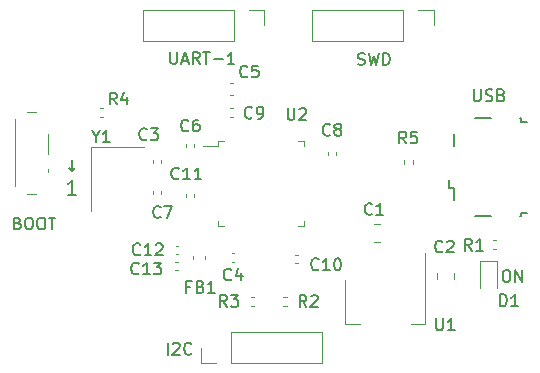
<source format=gbr>
%TF.GenerationSoftware,KiCad,Pcbnew,(6.0.9)*%
%TF.CreationDate,2023-11-06T14:53:44+05:30*%
%TF.ProjectId,Stm32 Tutorial,53746d33-3220-4547-9574-6f7269616c2e,rev?*%
%TF.SameCoordinates,Original*%
%TF.FileFunction,Legend,Top*%
%TF.FilePolarity,Positive*%
%FSLAX46Y46*%
G04 Gerber Fmt 4.6, Leading zero omitted, Abs format (unit mm)*
G04 Created by KiCad (PCBNEW (6.0.9)) date 2023-11-06 14:53:44*
%MOMM*%
%LPD*%
G01*
G04 APERTURE LIST*
%ADD10C,0.150000*%
%ADD11C,0.200000*%
%ADD12C,0.120000*%
G04 APERTURE END LIST*
D10*
X173013095Y-81027380D02*
X173013095Y-81836904D01*
X173060714Y-81932142D01*
X173108333Y-81979761D01*
X173203571Y-82027380D01*
X173394047Y-82027380D01*
X173489285Y-81979761D01*
X173536904Y-81932142D01*
X173584523Y-81836904D01*
X173584523Y-81027380D01*
X174013095Y-81979761D02*
X174155952Y-82027380D01*
X174394047Y-82027380D01*
X174489285Y-81979761D01*
X174536904Y-81932142D01*
X174584523Y-81836904D01*
X174584523Y-81741666D01*
X174536904Y-81646428D01*
X174489285Y-81598809D01*
X174394047Y-81551190D01*
X174203571Y-81503571D01*
X174108333Y-81455952D01*
X174060714Y-81408333D01*
X174013095Y-81313095D01*
X174013095Y-81217857D01*
X174060714Y-81122619D01*
X174108333Y-81075000D01*
X174203571Y-81027380D01*
X174441666Y-81027380D01*
X174584523Y-81075000D01*
X175346428Y-81503571D02*
X175489285Y-81551190D01*
X175536904Y-81598809D01*
X175584523Y-81694047D01*
X175584523Y-81836904D01*
X175536904Y-81932142D01*
X175489285Y-81979761D01*
X175394047Y-82027380D01*
X175013095Y-82027380D01*
X175013095Y-81027380D01*
X175346428Y-81027380D01*
X175441666Y-81075000D01*
X175489285Y-81122619D01*
X175536904Y-81217857D01*
X175536904Y-81313095D01*
X175489285Y-81408333D01*
X175441666Y-81455952D01*
X175346428Y-81503571D01*
X175013095Y-81503571D01*
X175680952Y-96327380D02*
X175871428Y-96327380D01*
X175966666Y-96375000D01*
X176061904Y-96470238D01*
X176109523Y-96660714D01*
X176109523Y-96994047D01*
X176061904Y-97184523D01*
X175966666Y-97279761D01*
X175871428Y-97327380D01*
X175680952Y-97327380D01*
X175585714Y-97279761D01*
X175490476Y-97184523D01*
X175442857Y-96994047D01*
X175442857Y-96660714D01*
X175490476Y-96470238D01*
X175585714Y-96375000D01*
X175680952Y-96327380D01*
X176538095Y-97327380D02*
X176538095Y-96327380D01*
X177109523Y-97327380D01*
X177109523Y-96327380D01*
D11*
X139001190Y-86981845D02*
X139001190Y-87934226D01*
X139239285Y-87696130D02*
X139001190Y-87934226D01*
X138763095Y-87696130D01*
X139358333Y-89946726D02*
X138644047Y-89946726D01*
X139001190Y-89946726D02*
X139001190Y-88696726D01*
X138882142Y-88875297D01*
X138763095Y-88994345D01*
X138644047Y-89053869D01*
D10*
X147098809Y-103477380D02*
X147098809Y-102477380D01*
X147527380Y-102572619D02*
X147575000Y-102525000D01*
X147670238Y-102477380D01*
X147908333Y-102477380D01*
X148003571Y-102525000D01*
X148051190Y-102572619D01*
X148098809Y-102667857D01*
X148098809Y-102763095D01*
X148051190Y-102905952D01*
X147479761Y-103477380D01*
X148098809Y-103477380D01*
X149098809Y-103382142D02*
X149051190Y-103429761D01*
X148908333Y-103477380D01*
X148813095Y-103477380D01*
X148670238Y-103429761D01*
X148575000Y-103334523D01*
X148527380Y-103239285D01*
X148479761Y-103048809D01*
X148479761Y-102905952D01*
X148527380Y-102715476D01*
X148575000Y-102620238D01*
X148670238Y-102525000D01*
X148813095Y-102477380D01*
X148908333Y-102477380D01*
X149051190Y-102525000D01*
X149098809Y-102572619D01*
X134392857Y-92353571D02*
X134535714Y-92401190D01*
X134583333Y-92448809D01*
X134630952Y-92544047D01*
X134630952Y-92686904D01*
X134583333Y-92782142D01*
X134535714Y-92829761D01*
X134440476Y-92877380D01*
X134059523Y-92877380D01*
X134059523Y-91877380D01*
X134392857Y-91877380D01*
X134488095Y-91925000D01*
X134535714Y-91972619D01*
X134583333Y-92067857D01*
X134583333Y-92163095D01*
X134535714Y-92258333D01*
X134488095Y-92305952D01*
X134392857Y-92353571D01*
X134059523Y-92353571D01*
X135250000Y-91877380D02*
X135440476Y-91877380D01*
X135535714Y-91925000D01*
X135630952Y-92020238D01*
X135678571Y-92210714D01*
X135678571Y-92544047D01*
X135630952Y-92734523D01*
X135535714Y-92829761D01*
X135440476Y-92877380D01*
X135250000Y-92877380D01*
X135154761Y-92829761D01*
X135059523Y-92734523D01*
X135011904Y-92544047D01*
X135011904Y-92210714D01*
X135059523Y-92020238D01*
X135154761Y-91925000D01*
X135250000Y-91877380D01*
X136297619Y-91877380D02*
X136488095Y-91877380D01*
X136583333Y-91925000D01*
X136678571Y-92020238D01*
X136726190Y-92210714D01*
X136726190Y-92544047D01*
X136678571Y-92734523D01*
X136583333Y-92829761D01*
X136488095Y-92877380D01*
X136297619Y-92877380D01*
X136202380Y-92829761D01*
X136107142Y-92734523D01*
X136059523Y-92544047D01*
X136059523Y-92210714D01*
X136107142Y-92020238D01*
X136202380Y-91925000D01*
X136297619Y-91877380D01*
X137011904Y-91877380D02*
X137583333Y-91877380D01*
X137297619Y-92877380D02*
X137297619Y-91877380D01*
X147309523Y-77877380D02*
X147309523Y-78686904D01*
X147357142Y-78782142D01*
X147404761Y-78829761D01*
X147500000Y-78877380D01*
X147690476Y-78877380D01*
X147785714Y-78829761D01*
X147833333Y-78782142D01*
X147880952Y-78686904D01*
X147880952Y-77877380D01*
X148309523Y-78591666D02*
X148785714Y-78591666D01*
X148214285Y-78877380D02*
X148547619Y-77877380D01*
X148880952Y-78877380D01*
X149785714Y-78877380D02*
X149452380Y-78401190D01*
X149214285Y-78877380D02*
X149214285Y-77877380D01*
X149595238Y-77877380D01*
X149690476Y-77925000D01*
X149738095Y-77972619D01*
X149785714Y-78067857D01*
X149785714Y-78210714D01*
X149738095Y-78305952D01*
X149690476Y-78353571D01*
X149595238Y-78401190D01*
X149214285Y-78401190D01*
X150071428Y-77877380D02*
X150642857Y-77877380D01*
X150357142Y-78877380D02*
X150357142Y-77877380D01*
X150976190Y-78496428D02*
X151738095Y-78496428D01*
X152738095Y-78877380D02*
X152166666Y-78877380D01*
X152452380Y-78877380D02*
X152452380Y-77877380D01*
X152357142Y-78020238D01*
X152261904Y-78115476D01*
X152166666Y-78163095D01*
X163192857Y-78904761D02*
X163335714Y-78952380D01*
X163573809Y-78952380D01*
X163669047Y-78904761D01*
X163716666Y-78857142D01*
X163764285Y-78761904D01*
X163764285Y-78666666D01*
X163716666Y-78571428D01*
X163669047Y-78523809D01*
X163573809Y-78476190D01*
X163383333Y-78428571D01*
X163288095Y-78380952D01*
X163240476Y-78333333D01*
X163192857Y-78238095D01*
X163192857Y-78142857D01*
X163240476Y-78047619D01*
X163288095Y-78000000D01*
X163383333Y-77952380D01*
X163621428Y-77952380D01*
X163764285Y-78000000D01*
X164097619Y-77952380D02*
X164335714Y-78952380D01*
X164526190Y-78238095D01*
X164716666Y-78952380D01*
X164954761Y-77952380D01*
X165335714Y-78952380D02*
X165335714Y-77952380D01*
X165573809Y-77952380D01*
X165716666Y-78000000D01*
X165811904Y-78095238D01*
X165859523Y-78190476D01*
X165907142Y-78380952D01*
X165907142Y-78523809D01*
X165859523Y-78714285D01*
X165811904Y-78809523D01*
X165716666Y-78904761D01*
X165573809Y-78952380D01*
X165335714Y-78952380D01*
%TO.C,U1*%
X169813095Y-100427380D02*
X169813095Y-101236904D01*
X169860714Y-101332142D01*
X169908333Y-101379761D01*
X170003571Y-101427380D01*
X170194047Y-101427380D01*
X170289285Y-101379761D01*
X170336904Y-101332142D01*
X170384523Y-101236904D01*
X170384523Y-100427380D01*
X171384523Y-101427380D02*
X170813095Y-101427380D01*
X171098809Y-101427380D02*
X171098809Y-100427380D01*
X171003571Y-100570238D01*
X170908333Y-100665476D01*
X170813095Y-100713095D01*
%TO.C,R5*%
X167283333Y-85602380D02*
X166950000Y-85126190D01*
X166711904Y-85602380D02*
X166711904Y-84602380D01*
X167092857Y-84602380D01*
X167188095Y-84650000D01*
X167235714Y-84697619D01*
X167283333Y-84792857D01*
X167283333Y-84935714D01*
X167235714Y-85030952D01*
X167188095Y-85078571D01*
X167092857Y-85126190D01*
X166711904Y-85126190D01*
X168188095Y-84602380D02*
X167711904Y-84602380D01*
X167664285Y-85078571D01*
X167711904Y-85030952D01*
X167807142Y-84983333D01*
X168045238Y-84983333D01*
X168140476Y-85030952D01*
X168188095Y-85078571D01*
X168235714Y-85173809D01*
X168235714Y-85411904D01*
X168188095Y-85507142D01*
X168140476Y-85554761D01*
X168045238Y-85602380D01*
X167807142Y-85602380D01*
X167711904Y-85554761D01*
X167664285Y-85507142D01*
%TO.C,C6*%
X148833333Y-84487142D02*
X148785714Y-84534761D01*
X148642857Y-84582380D01*
X148547619Y-84582380D01*
X148404761Y-84534761D01*
X148309523Y-84439523D01*
X148261904Y-84344285D01*
X148214285Y-84153809D01*
X148214285Y-84010952D01*
X148261904Y-83820476D01*
X148309523Y-83725238D01*
X148404761Y-83630000D01*
X148547619Y-83582380D01*
X148642857Y-83582380D01*
X148785714Y-83630000D01*
X148833333Y-83677619D01*
X149690476Y-83582380D02*
X149500000Y-83582380D01*
X149404761Y-83630000D01*
X149357142Y-83677619D01*
X149261904Y-83820476D01*
X149214285Y-84010952D01*
X149214285Y-84391904D01*
X149261904Y-84487142D01*
X149309523Y-84534761D01*
X149404761Y-84582380D01*
X149595238Y-84582380D01*
X149690476Y-84534761D01*
X149738095Y-84487142D01*
X149785714Y-84391904D01*
X149785714Y-84153809D01*
X149738095Y-84058571D01*
X149690476Y-84010952D01*
X149595238Y-83963333D01*
X149404761Y-83963333D01*
X149309523Y-84010952D01*
X149261904Y-84058571D01*
X149214285Y-84153809D01*
%TO.C,C11*%
X148032142Y-88557142D02*
X147984523Y-88604761D01*
X147841666Y-88652380D01*
X147746428Y-88652380D01*
X147603571Y-88604761D01*
X147508333Y-88509523D01*
X147460714Y-88414285D01*
X147413095Y-88223809D01*
X147413095Y-88080952D01*
X147460714Y-87890476D01*
X147508333Y-87795238D01*
X147603571Y-87700000D01*
X147746428Y-87652380D01*
X147841666Y-87652380D01*
X147984523Y-87700000D01*
X148032142Y-87747619D01*
X148984523Y-88652380D02*
X148413095Y-88652380D01*
X148698809Y-88652380D02*
X148698809Y-87652380D01*
X148603571Y-87795238D01*
X148508333Y-87890476D01*
X148413095Y-87938095D01*
X149936904Y-88652380D02*
X149365476Y-88652380D01*
X149651190Y-88652380D02*
X149651190Y-87652380D01*
X149555952Y-87795238D01*
X149460714Y-87890476D01*
X149365476Y-87938095D01*
%TO.C,R4*%
X142758333Y-82302380D02*
X142425000Y-81826190D01*
X142186904Y-82302380D02*
X142186904Y-81302380D01*
X142567857Y-81302380D01*
X142663095Y-81350000D01*
X142710714Y-81397619D01*
X142758333Y-81492857D01*
X142758333Y-81635714D01*
X142710714Y-81730952D01*
X142663095Y-81778571D01*
X142567857Y-81826190D01*
X142186904Y-81826190D01*
X143615476Y-81635714D02*
X143615476Y-82302380D01*
X143377380Y-81254761D02*
X143139285Y-81969047D01*
X143758333Y-81969047D01*
%TO.C,C1*%
X164383333Y-91557142D02*
X164335714Y-91604761D01*
X164192857Y-91652380D01*
X164097619Y-91652380D01*
X163954761Y-91604761D01*
X163859523Y-91509523D01*
X163811904Y-91414285D01*
X163764285Y-91223809D01*
X163764285Y-91080952D01*
X163811904Y-90890476D01*
X163859523Y-90795238D01*
X163954761Y-90700000D01*
X164097619Y-90652380D01*
X164192857Y-90652380D01*
X164335714Y-90700000D01*
X164383333Y-90747619D01*
X165335714Y-91652380D02*
X164764285Y-91652380D01*
X165050000Y-91652380D02*
X165050000Y-90652380D01*
X164954761Y-90795238D01*
X164859523Y-90890476D01*
X164764285Y-90938095D01*
%TO.C,R1*%
X172833333Y-94677380D02*
X172500000Y-94201190D01*
X172261904Y-94677380D02*
X172261904Y-93677380D01*
X172642857Y-93677380D01*
X172738095Y-93725000D01*
X172785714Y-93772619D01*
X172833333Y-93867857D01*
X172833333Y-94010714D01*
X172785714Y-94105952D01*
X172738095Y-94153571D01*
X172642857Y-94201190D01*
X172261904Y-94201190D01*
X173785714Y-94677380D02*
X173214285Y-94677380D01*
X173500000Y-94677380D02*
X173500000Y-93677380D01*
X173404761Y-93820238D01*
X173309523Y-93915476D01*
X173214285Y-93963095D01*
%TO.C,C3*%
X145308333Y-85232142D02*
X145260714Y-85279761D01*
X145117857Y-85327380D01*
X145022619Y-85327380D01*
X144879761Y-85279761D01*
X144784523Y-85184523D01*
X144736904Y-85089285D01*
X144689285Y-84898809D01*
X144689285Y-84755952D01*
X144736904Y-84565476D01*
X144784523Y-84470238D01*
X144879761Y-84375000D01*
X145022619Y-84327380D01*
X145117857Y-84327380D01*
X145260714Y-84375000D01*
X145308333Y-84422619D01*
X145641666Y-84327380D02*
X146260714Y-84327380D01*
X145927380Y-84708333D01*
X146070238Y-84708333D01*
X146165476Y-84755952D01*
X146213095Y-84803571D01*
X146260714Y-84898809D01*
X146260714Y-85136904D01*
X146213095Y-85232142D01*
X146165476Y-85279761D01*
X146070238Y-85327380D01*
X145784523Y-85327380D01*
X145689285Y-85279761D01*
X145641666Y-85232142D01*
%TO.C,C12*%
X144757142Y-94982142D02*
X144709523Y-95029761D01*
X144566666Y-95077380D01*
X144471428Y-95077380D01*
X144328571Y-95029761D01*
X144233333Y-94934523D01*
X144185714Y-94839285D01*
X144138095Y-94648809D01*
X144138095Y-94505952D01*
X144185714Y-94315476D01*
X144233333Y-94220238D01*
X144328571Y-94125000D01*
X144471428Y-94077380D01*
X144566666Y-94077380D01*
X144709523Y-94125000D01*
X144757142Y-94172619D01*
X145709523Y-95077380D02*
X145138095Y-95077380D01*
X145423809Y-95077380D02*
X145423809Y-94077380D01*
X145328571Y-94220238D01*
X145233333Y-94315476D01*
X145138095Y-94363095D01*
X146090476Y-94172619D02*
X146138095Y-94125000D01*
X146233333Y-94077380D01*
X146471428Y-94077380D01*
X146566666Y-94125000D01*
X146614285Y-94172619D01*
X146661904Y-94267857D01*
X146661904Y-94363095D01*
X146614285Y-94505952D01*
X146042857Y-95077380D01*
X146661904Y-95077380D01*
%TO.C,C8*%
X160833333Y-84857142D02*
X160785714Y-84904761D01*
X160642857Y-84952380D01*
X160547619Y-84952380D01*
X160404761Y-84904761D01*
X160309523Y-84809523D01*
X160261904Y-84714285D01*
X160214285Y-84523809D01*
X160214285Y-84380952D01*
X160261904Y-84190476D01*
X160309523Y-84095238D01*
X160404761Y-84000000D01*
X160547619Y-83952380D01*
X160642857Y-83952380D01*
X160785714Y-84000000D01*
X160833333Y-84047619D01*
X161404761Y-84380952D02*
X161309523Y-84333333D01*
X161261904Y-84285714D01*
X161214285Y-84190476D01*
X161214285Y-84142857D01*
X161261904Y-84047619D01*
X161309523Y-84000000D01*
X161404761Y-83952380D01*
X161595238Y-83952380D01*
X161690476Y-84000000D01*
X161738095Y-84047619D01*
X161785714Y-84142857D01*
X161785714Y-84190476D01*
X161738095Y-84285714D01*
X161690476Y-84333333D01*
X161595238Y-84380952D01*
X161404761Y-84380952D01*
X161309523Y-84428571D01*
X161261904Y-84476190D01*
X161214285Y-84571428D01*
X161214285Y-84761904D01*
X161261904Y-84857142D01*
X161309523Y-84904761D01*
X161404761Y-84952380D01*
X161595238Y-84952380D01*
X161690476Y-84904761D01*
X161738095Y-84857142D01*
X161785714Y-84761904D01*
X161785714Y-84571428D01*
X161738095Y-84476190D01*
X161690476Y-84428571D01*
X161595238Y-84380952D01*
%TO.C,R3*%
X152098333Y-99427380D02*
X151765000Y-98951190D01*
X151526904Y-99427380D02*
X151526904Y-98427380D01*
X151907857Y-98427380D01*
X152003095Y-98475000D01*
X152050714Y-98522619D01*
X152098333Y-98617857D01*
X152098333Y-98760714D01*
X152050714Y-98855952D01*
X152003095Y-98903571D01*
X151907857Y-98951190D01*
X151526904Y-98951190D01*
X152431666Y-98427380D02*
X153050714Y-98427380D01*
X152717380Y-98808333D01*
X152860238Y-98808333D01*
X152955476Y-98855952D01*
X153003095Y-98903571D01*
X153050714Y-98998809D01*
X153050714Y-99236904D01*
X153003095Y-99332142D01*
X152955476Y-99379761D01*
X152860238Y-99427380D01*
X152574523Y-99427380D01*
X152479285Y-99379761D01*
X152431666Y-99332142D01*
%TO.C,U2*%
X157238095Y-82602380D02*
X157238095Y-83411904D01*
X157285714Y-83507142D01*
X157333333Y-83554761D01*
X157428571Y-83602380D01*
X157619047Y-83602380D01*
X157714285Y-83554761D01*
X157761904Y-83507142D01*
X157809523Y-83411904D01*
X157809523Y-82602380D01*
X158238095Y-82697619D02*
X158285714Y-82650000D01*
X158380952Y-82602380D01*
X158619047Y-82602380D01*
X158714285Y-82650000D01*
X158761904Y-82697619D01*
X158809523Y-82792857D01*
X158809523Y-82888095D01*
X158761904Y-83030952D01*
X158190476Y-83602380D01*
X158809523Y-83602380D01*
%TO.C,C10*%
X159862142Y-96232142D02*
X159814523Y-96279761D01*
X159671666Y-96327380D01*
X159576428Y-96327380D01*
X159433571Y-96279761D01*
X159338333Y-96184523D01*
X159290714Y-96089285D01*
X159243095Y-95898809D01*
X159243095Y-95755952D01*
X159290714Y-95565476D01*
X159338333Y-95470238D01*
X159433571Y-95375000D01*
X159576428Y-95327380D01*
X159671666Y-95327380D01*
X159814523Y-95375000D01*
X159862142Y-95422619D01*
X160814523Y-96327380D02*
X160243095Y-96327380D01*
X160528809Y-96327380D02*
X160528809Y-95327380D01*
X160433571Y-95470238D01*
X160338333Y-95565476D01*
X160243095Y-95613095D01*
X161433571Y-95327380D02*
X161528809Y-95327380D01*
X161624047Y-95375000D01*
X161671666Y-95422619D01*
X161719285Y-95517857D01*
X161766904Y-95708333D01*
X161766904Y-95946428D01*
X161719285Y-96136904D01*
X161671666Y-96232142D01*
X161624047Y-96279761D01*
X161528809Y-96327380D01*
X161433571Y-96327380D01*
X161338333Y-96279761D01*
X161290714Y-96232142D01*
X161243095Y-96136904D01*
X161195476Y-95946428D01*
X161195476Y-95708333D01*
X161243095Y-95517857D01*
X161290714Y-95422619D01*
X161338333Y-95375000D01*
X161433571Y-95327380D01*
%TO.C,C9*%
X154233333Y-83407142D02*
X154185714Y-83454761D01*
X154042857Y-83502380D01*
X153947619Y-83502380D01*
X153804761Y-83454761D01*
X153709523Y-83359523D01*
X153661904Y-83264285D01*
X153614285Y-83073809D01*
X153614285Y-82930952D01*
X153661904Y-82740476D01*
X153709523Y-82645238D01*
X153804761Y-82550000D01*
X153947619Y-82502380D01*
X154042857Y-82502380D01*
X154185714Y-82550000D01*
X154233333Y-82597619D01*
X154709523Y-83502380D02*
X154900000Y-83502380D01*
X154995238Y-83454761D01*
X155042857Y-83407142D01*
X155138095Y-83264285D01*
X155185714Y-83073809D01*
X155185714Y-82692857D01*
X155138095Y-82597619D01*
X155090476Y-82550000D01*
X154995238Y-82502380D01*
X154804761Y-82502380D01*
X154709523Y-82550000D01*
X154661904Y-82597619D01*
X154614285Y-82692857D01*
X154614285Y-82930952D01*
X154661904Y-83026190D01*
X154709523Y-83073809D01*
X154804761Y-83121428D01*
X154995238Y-83121428D01*
X155090476Y-83073809D01*
X155138095Y-83026190D01*
X155185714Y-82930952D01*
%TO.C,C5*%
X153833333Y-79927142D02*
X153785714Y-79974761D01*
X153642857Y-80022380D01*
X153547619Y-80022380D01*
X153404761Y-79974761D01*
X153309523Y-79879523D01*
X153261904Y-79784285D01*
X153214285Y-79593809D01*
X153214285Y-79450952D01*
X153261904Y-79260476D01*
X153309523Y-79165238D01*
X153404761Y-79070000D01*
X153547619Y-79022380D01*
X153642857Y-79022380D01*
X153785714Y-79070000D01*
X153833333Y-79117619D01*
X154738095Y-79022380D02*
X154261904Y-79022380D01*
X154214285Y-79498571D01*
X154261904Y-79450952D01*
X154357142Y-79403333D01*
X154595238Y-79403333D01*
X154690476Y-79450952D01*
X154738095Y-79498571D01*
X154785714Y-79593809D01*
X154785714Y-79831904D01*
X154738095Y-79927142D01*
X154690476Y-79974761D01*
X154595238Y-80022380D01*
X154357142Y-80022380D01*
X154261904Y-79974761D01*
X154214285Y-79927142D01*
%TO.C,C7*%
X146483333Y-91807142D02*
X146435714Y-91854761D01*
X146292857Y-91902380D01*
X146197619Y-91902380D01*
X146054761Y-91854761D01*
X145959523Y-91759523D01*
X145911904Y-91664285D01*
X145864285Y-91473809D01*
X145864285Y-91330952D01*
X145911904Y-91140476D01*
X145959523Y-91045238D01*
X146054761Y-90950000D01*
X146197619Y-90902380D01*
X146292857Y-90902380D01*
X146435714Y-90950000D01*
X146483333Y-90997619D01*
X146816666Y-90902380D02*
X147483333Y-90902380D01*
X147054761Y-91902380D01*
%TO.C,D1*%
X175236904Y-99377380D02*
X175236904Y-98377380D01*
X175475000Y-98377380D01*
X175617857Y-98425000D01*
X175713095Y-98520238D01*
X175760714Y-98615476D01*
X175808333Y-98805952D01*
X175808333Y-98948809D01*
X175760714Y-99139285D01*
X175713095Y-99234523D01*
X175617857Y-99329761D01*
X175475000Y-99377380D01*
X175236904Y-99377380D01*
X176760714Y-99377380D02*
X176189285Y-99377380D01*
X176475000Y-99377380D02*
X176475000Y-98377380D01*
X176379761Y-98520238D01*
X176284523Y-98615476D01*
X176189285Y-98663095D01*
%TO.C,C2*%
X170358333Y-94732142D02*
X170310714Y-94779761D01*
X170167857Y-94827380D01*
X170072619Y-94827380D01*
X169929761Y-94779761D01*
X169834523Y-94684523D01*
X169786904Y-94589285D01*
X169739285Y-94398809D01*
X169739285Y-94255952D01*
X169786904Y-94065476D01*
X169834523Y-93970238D01*
X169929761Y-93875000D01*
X170072619Y-93827380D01*
X170167857Y-93827380D01*
X170310714Y-93875000D01*
X170358333Y-93922619D01*
X170739285Y-93922619D02*
X170786904Y-93875000D01*
X170882142Y-93827380D01*
X171120238Y-93827380D01*
X171215476Y-93875000D01*
X171263095Y-93922619D01*
X171310714Y-94017857D01*
X171310714Y-94113095D01*
X171263095Y-94255952D01*
X170691666Y-94827380D01*
X171310714Y-94827380D01*
%TO.C,C13*%
X144632142Y-96607142D02*
X144584523Y-96654761D01*
X144441666Y-96702380D01*
X144346428Y-96702380D01*
X144203571Y-96654761D01*
X144108333Y-96559523D01*
X144060714Y-96464285D01*
X144013095Y-96273809D01*
X144013095Y-96130952D01*
X144060714Y-95940476D01*
X144108333Y-95845238D01*
X144203571Y-95750000D01*
X144346428Y-95702380D01*
X144441666Y-95702380D01*
X144584523Y-95750000D01*
X144632142Y-95797619D01*
X145584523Y-96702380D02*
X145013095Y-96702380D01*
X145298809Y-96702380D02*
X145298809Y-95702380D01*
X145203571Y-95845238D01*
X145108333Y-95940476D01*
X145013095Y-95988095D01*
X145917857Y-95702380D02*
X146536904Y-95702380D01*
X146203571Y-96083333D01*
X146346428Y-96083333D01*
X146441666Y-96130952D01*
X146489285Y-96178571D01*
X146536904Y-96273809D01*
X146536904Y-96511904D01*
X146489285Y-96607142D01*
X146441666Y-96654761D01*
X146346428Y-96702380D01*
X146060714Y-96702380D01*
X145965476Y-96654761D01*
X145917857Y-96607142D01*
%TO.C,FB1*%
X149016666Y-97728571D02*
X148683333Y-97728571D01*
X148683333Y-98252380D02*
X148683333Y-97252380D01*
X149159523Y-97252380D01*
X149873809Y-97728571D02*
X150016666Y-97776190D01*
X150064285Y-97823809D01*
X150111904Y-97919047D01*
X150111904Y-98061904D01*
X150064285Y-98157142D01*
X150016666Y-98204761D01*
X149921428Y-98252380D01*
X149540476Y-98252380D01*
X149540476Y-97252380D01*
X149873809Y-97252380D01*
X149969047Y-97300000D01*
X150016666Y-97347619D01*
X150064285Y-97442857D01*
X150064285Y-97538095D01*
X150016666Y-97633333D01*
X149969047Y-97680952D01*
X149873809Y-97728571D01*
X149540476Y-97728571D01*
X151064285Y-98252380D02*
X150492857Y-98252380D01*
X150778571Y-98252380D02*
X150778571Y-97252380D01*
X150683333Y-97395238D01*
X150588095Y-97490476D01*
X150492857Y-97538095D01*
%TO.C,R2*%
X158843333Y-99452380D02*
X158510000Y-98976190D01*
X158271904Y-99452380D02*
X158271904Y-98452380D01*
X158652857Y-98452380D01*
X158748095Y-98500000D01*
X158795714Y-98547619D01*
X158843333Y-98642857D01*
X158843333Y-98785714D01*
X158795714Y-98880952D01*
X158748095Y-98928571D01*
X158652857Y-98976190D01*
X158271904Y-98976190D01*
X159224285Y-98547619D02*
X159271904Y-98500000D01*
X159367142Y-98452380D01*
X159605238Y-98452380D01*
X159700476Y-98500000D01*
X159748095Y-98547619D01*
X159795714Y-98642857D01*
X159795714Y-98738095D01*
X159748095Y-98880952D01*
X159176666Y-99452380D01*
X159795714Y-99452380D01*
%TO.C,C4*%
X152458333Y-97107142D02*
X152410714Y-97154761D01*
X152267857Y-97202380D01*
X152172619Y-97202380D01*
X152029761Y-97154761D01*
X151934523Y-97059523D01*
X151886904Y-96964285D01*
X151839285Y-96773809D01*
X151839285Y-96630952D01*
X151886904Y-96440476D01*
X151934523Y-96345238D01*
X152029761Y-96250000D01*
X152172619Y-96202380D01*
X152267857Y-96202380D01*
X152410714Y-96250000D01*
X152458333Y-96297619D01*
X153315476Y-96535714D02*
X153315476Y-97202380D01*
X153077380Y-96154761D02*
X152839285Y-96869047D01*
X153458333Y-96869047D01*
%TO.C,Y1*%
X140998809Y-85026190D02*
X140998809Y-85502380D01*
X140665476Y-84502380D02*
X140998809Y-85026190D01*
X141332142Y-84502380D01*
X142189285Y-85502380D02*
X141617857Y-85502380D01*
X141903571Y-85502380D02*
X141903571Y-84502380D01*
X141808333Y-84645238D01*
X141713095Y-84740476D01*
X141617857Y-84788095D01*
D12*
%TO.C,U1*%
X168910000Y-94900000D02*
X168910000Y-100910000D01*
X162090000Y-97150000D02*
X162090000Y-100910000D01*
X168910000Y-100910000D02*
X167650000Y-100910000D01*
X162090000Y-100910000D02*
X163350000Y-100910000D01*
%TO.C,R5*%
X167070000Y-87006359D02*
X167070000Y-87313641D01*
X167830000Y-87006359D02*
X167830000Y-87313641D01*
%TO.C,C6*%
X148640000Y-85887836D02*
X148640000Y-85672164D01*
X149360000Y-85887836D02*
X149360000Y-85672164D01*
%TO.C,J2*%
X152470000Y-101570000D02*
X160150000Y-101570000D01*
X152470000Y-104230000D02*
X160150000Y-104230000D01*
X151200000Y-104230000D02*
X149870000Y-104230000D01*
X149870000Y-104230000D02*
X149870000Y-102900000D01*
X152470000Y-104230000D02*
X152470000Y-101570000D01*
X160150000Y-104230000D02*
X160150000Y-101570000D01*
%TO.C,C11*%
X149360000Y-90107836D02*
X149360000Y-89892164D01*
X148640000Y-90107836D02*
X148640000Y-89892164D01*
%TO.C,R4*%
X141336359Y-83380000D02*
X141643641Y-83380000D01*
X141336359Y-82620000D02*
X141643641Y-82620000D01*
%TO.C,C1*%
X164538748Y-92465000D02*
X165061252Y-92465000D01*
X164538748Y-93935000D02*
X165061252Y-93935000D01*
%TO.C,R1*%
X174596359Y-94530000D02*
X174903641Y-94530000D01*
X174596359Y-93770000D02*
X174903641Y-93770000D01*
%TO.C,C3*%
X146560000Y-87257836D02*
X146560000Y-87042164D01*
X145840000Y-87257836D02*
X145840000Y-87042164D01*
%TO.C,C12*%
X147982836Y-94265000D02*
X147767164Y-94265000D01*
X147982836Y-94985000D02*
X147767164Y-94985000D01*
%TO.C,C8*%
X160640000Y-86372164D02*
X160640000Y-86587836D01*
X161360000Y-86372164D02*
X161360000Y-86587836D01*
%TO.C,R3*%
X154418641Y-99355000D02*
X154111359Y-99355000D01*
X154418641Y-98595000D02*
X154111359Y-98595000D01*
%TO.C,J1*%
X152670000Y-76930000D02*
X144990000Y-76930000D01*
X153940000Y-74270000D02*
X155270000Y-74270000D01*
X152670000Y-74270000D02*
X144990000Y-74270000D01*
X144990000Y-74270000D02*
X144990000Y-76930000D01*
X155270000Y-74270000D02*
X155270000Y-75600000D01*
X152670000Y-74270000D02*
X152670000Y-76930000D01*
%TO.C,U2*%
X158610000Y-85390000D02*
X158610000Y-85840000D01*
X158160000Y-92610000D02*
X158610000Y-92610000D01*
X151390000Y-92610000D02*
X151390000Y-92160000D01*
X151840000Y-92610000D02*
X151390000Y-92610000D01*
X151390000Y-85840000D02*
X150100000Y-85840000D01*
X158160000Y-85390000D02*
X158610000Y-85390000D01*
X151390000Y-85390000D02*
X151390000Y-85840000D01*
X158610000Y-92610000D02*
X158610000Y-92160000D01*
X151840000Y-85390000D02*
X151390000Y-85390000D01*
%TO.C,C10*%
X158112836Y-95735000D02*
X157897164Y-95735000D01*
X158112836Y-95015000D02*
X157897164Y-95015000D01*
%TO.C,C9*%
X152392164Y-83360000D02*
X152607836Y-83360000D01*
X152392164Y-82640000D02*
X152607836Y-82640000D01*
%TO.C,C5*%
X152359420Y-81510000D02*
X152640580Y-81510000D01*
X152359420Y-80490000D02*
X152640580Y-80490000D01*
%TO.C,C7*%
X145840000Y-89887836D02*
X145840000Y-89672164D01*
X146560000Y-89887836D02*
X146560000Y-89672164D01*
%TO.C,D1*%
X174985000Y-97837500D02*
X174985000Y-95552500D01*
X174985000Y-95552500D02*
X173515000Y-95552500D01*
X173515000Y-95552500D02*
X173515000Y-97837500D01*
%TO.C,C2*%
X169865000Y-97111252D02*
X169865000Y-96588748D01*
X171335000Y-97111252D02*
X171335000Y-96588748D01*
%TO.C,C13*%
X147957836Y-95640000D02*
X147742164Y-95640000D01*
X147957836Y-96360000D02*
X147742164Y-96360000D01*
%TO.C,FB1*%
X149215000Y-95099721D02*
X149215000Y-95425279D01*
X150235000Y-95099721D02*
X150235000Y-95425279D01*
%TO.C,R2*%
X156856359Y-99380000D02*
X157163641Y-99380000D01*
X156856359Y-98620000D02*
X157163641Y-98620000D01*
%TO.C,SW1*%
X135945000Y-82950000D02*
X135155000Y-82950000D01*
X135155000Y-89850000D02*
X135945000Y-89850000D01*
X136995000Y-87800000D02*
X136995000Y-88000000D01*
X136995000Y-84800000D02*
X136995000Y-86500000D01*
X134145000Y-83550000D02*
X134145000Y-89250000D01*
%TO.C,C4*%
X152517164Y-95635000D02*
X152732836Y-95635000D01*
X152517164Y-94915000D02*
X152732836Y-94915000D01*
D10*
%TO.C,J4*%
X171345000Y-85805000D02*
X171345000Y-84805000D01*
X170920000Y-89405000D02*
X171345000Y-89405000D01*
X177045000Y-91455000D02*
X177495000Y-91455000D01*
X177495000Y-83755000D02*
X177045000Y-83755000D01*
X177045000Y-83455000D02*
X176895000Y-83455000D01*
X176895000Y-91755000D02*
X177045000Y-91755000D01*
X174495000Y-83455000D02*
X173095000Y-83455000D01*
X177045000Y-91755000D02*
X177045000Y-91455000D01*
X177045000Y-83755000D02*
X177045000Y-83455000D01*
X173095000Y-91755000D02*
X174495000Y-91755000D01*
X171345000Y-89405000D02*
X171345000Y-90405000D01*
X170920000Y-88680000D02*
X170920000Y-89405000D01*
D12*
%TO.C,Y1*%
X140600000Y-85900000D02*
X140600000Y-91300000D01*
X145100000Y-85900000D02*
X140600000Y-85900000D01*
%TO.C,J3*%
X167010000Y-76930000D02*
X159330000Y-76930000D01*
X168280000Y-74270000D02*
X169610000Y-74270000D01*
X159330000Y-74270000D02*
X159330000Y-76930000D01*
X167010000Y-74270000D02*
X167010000Y-76930000D01*
X169610000Y-74270000D02*
X169610000Y-75600000D01*
X167010000Y-74270000D02*
X159330000Y-74270000D01*
%TD*%
M02*

</source>
